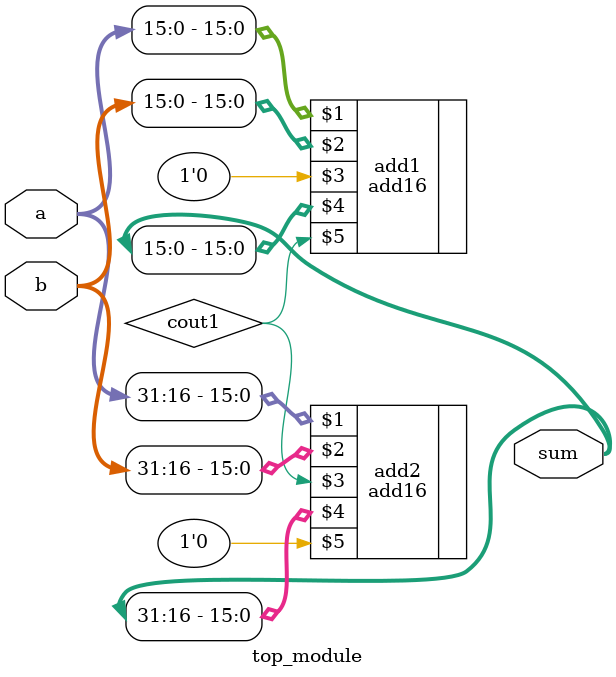
<source format=v>
module top_module(
    input [31:0] a,
    input [31:0] b,
    output [31:0] sum
);

    wire cout1;
    add16 add1(a[15:0],b[15:0],1'b0,sum[15:0],cout1);
    add16 add2(a[31:16],b[31:16],cout1,sum[31:16],1'b0);

endmodule

</source>
